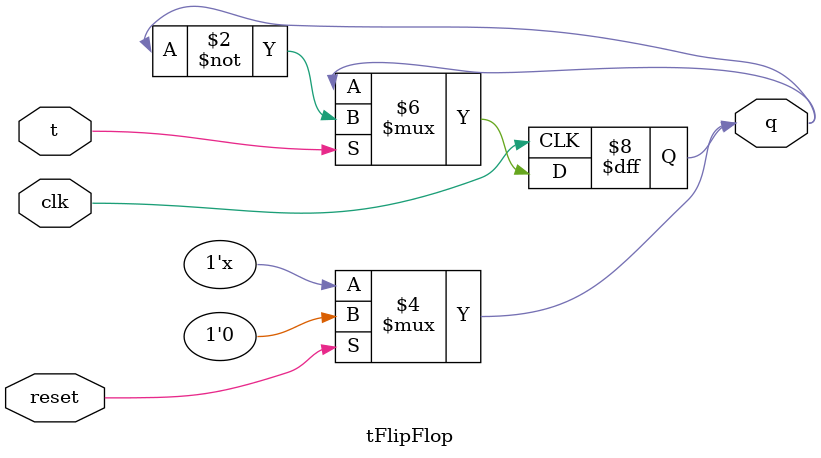
<source format=v>
module tFlipFlop(t,clk,reset,q);
input t,clk,reset;
output reg q;
always@(negedge clk)
begin
if(t)
q<=~q;
end
always@(reset)
begin
if(reset)
q<=0;
end
endmodule

</source>
